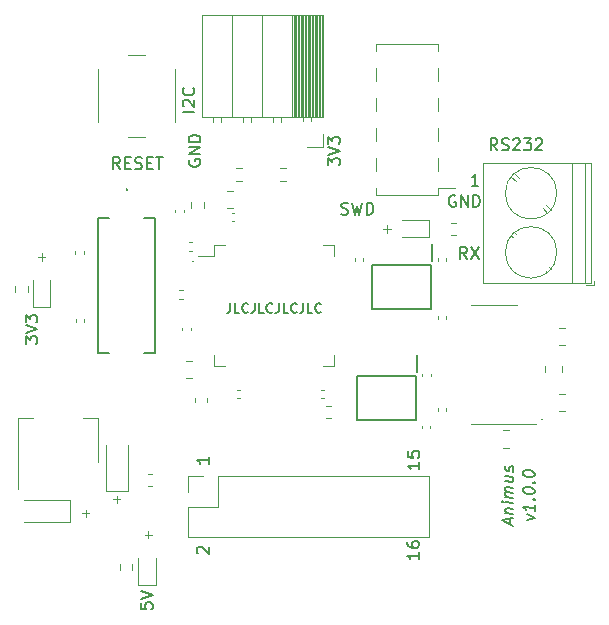
<source format=gbr>
%TF.GenerationSoftware,KiCad,Pcbnew,(5.1.9)-1*%
%TF.CreationDate,2021-11-15T23:12:41-03:00*%
%TF.ProjectId,RepeaterBoard,52657065-6174-4657-9242-6f6172642e6b,rev?*%
%TF.SameCoordinates,Original*%
%TF.FileFunction,Legend,Top*%
%TF.FilePolarity,Positive*%
%FSLAX46Y46*%
G04 Gerber Fmt 4.6, Leading zero omitted, Abs format (unit mm)*
G04 Created by KiCad (PCBNEW (5.1.9)-1) date 2021-11-15 23:12:41*
%MOMM*%
%LPD*%
G01*
G04 APERTURE LIST*
%ADD10C,0.150000*%
%ADD11C,0.100000*%
%ADD12C,0.200000*%
%ADD13C,0.120000*%
G04 APERTURE END LIST*
D10*
X71338095Y-39700000D02*
X71242857Y-39652380D01*
X71100000Y-39652380D01*
X70957142Y-39700000D01*
X70861904Y-39795238D01*
X70814285Y-39890476D01*
X70766666Y-40080952D01*
X70766666Y-40223809D01*
X70814285Y-40414285D01*
X70861904Y-40509523D01*
X70957142Y-40604761D01*
X71100000Y-40652380D01*
X71195238Y-40652380D01*
X71338095Y-40604761D01*
X71385714Y-40557142D01*
X71385714Y-40223809D01*
X71195238Y-40223809D01*
X71814285Y-40652380D02*
X71814285Y-39652380D01*
X72385714Y-40652380D01*
X72385714Y-39652380D01*
X72861904Y-40652380D02*
X72861904Y-39652380D01*
X73100000Y-39652380D01*
X73242857Y-39700000D01*
X73338095Y-39795238D01*
X73385714Y-39890476D01*
X73433333Y-40080952D01*
X73433333Y-40223809D01*
X73385714Y-40414285D01*
X73338095Y-40509523D01*
X73242857Y-40604761D01*
X73100000Y-40652380D01*
X72861904Y-40652380D01*
X73285714Y-38852380D02*
X72714285Y-38852380D01*
X73000000Y-38852380D02*
X73000000Y-37852380D01*
X72904761Y-37995238D01*
X72809523Y-38090476D01*
X72714285Y-38138095D01*
X68252380Y-69890476D02*
X68252380Y-70461904D01*
X68252380Y-70176190D02*
X67252380Y-70176190D01*
X67395238Y-70271428D01*
X67490476Y-70366666D01*
X67538095Y-70461904D01*
X67252380Y-69033333D02*
X67252380Y-69223809D01*
X67300000Y-69319047D01*
X67347619Y-69366666D01*
X67490476Y-69461904D01*
X67680952Y-69509523D01*
X68061904Y-69509523D01*
X68157142Y-69461904D01*
X68204761Y-69414285D01*
X68252380Y-69319047D01*
X68252380Y-69128571D01*
X68204761Y-69033333D01*
X68157142Y-68985714D01*
X68061904Y-68938095D01*
X67823809Y-68938095D01*
X67728571Y-68985714D01*
X67680952Y-69033333D01*
X67633333Y-69128571D01*
X67633333Y-69319047D01*
X67680952Y-69414285D01*
X67728571Y-69461904D01*
X67823809Y-69509523D01*
X49547619Y-69985714D02*
X49500000Y-69938095D01*
X49452380Y-69842857D01*
X49452380Y-69604761D01*
X49500000Y-69509523D01*
X49547619Y-69461904D01*
X49642857Y-69414285D01*
X49738095Y-69414285D01*
X49880952Y-69461904D01*
X50452380Y-70033333D01*
X50452380Y-69414285D01*
X50452380Y-61814285D02*
X50452380Y-62385714D01*
X50452380Y-62100000D02*
X49452380Y-62100000D01*
X49595238Y-62195238D01*
X49690476Y-62290476D01*
X49738095Y-62385714D01*
X68302380Y-62265476D02*
X68302380Y-62836904D01*
X68302380Y-62551190D02*
X67302380Y-62551190D01*
X67445238Y-62646428D01*
X67540476Y-62741666D01*
X67588095Y-62836904D01*
X67302380Y-61360714D02*
X67302380Y-61836904D01*
X67778571Y-61884523D01*
X67730952Y-61836904D01*
X67683333Y-61741666D01*
X67683333Y-61503571D01*
X67730952Y-61408333D01*
X67778571Y-61360714D01*
X67873809Y-61313095D01*
X68111904Y-61313095D01*
X68207142Y-61360714D01*
X68254761Y-61408333D01*
X68302380Y-61503571D01*
X68302380Y-61741666D01*
X68254761Y-61836904D01*
X68207142Y-61884523D01*
X77385714Y-67159508D02*
X78052380Y-67004747D01*
X77385714Y-66683318D01*
X78052380Y-65861889D02*
X78052380Y-66433318D01*
X78052380Y-66147604D02*
X77052380Y-66022604D01*
X77195238Y-66135699D01*
X77290476Y-66242842D01*
X77338095Y-66344032D01*
X77957142Y-65421413D02*
X78004761Y-65379747D01*
X78052380Y-65433318D01*
X78004761Y-65474985D01*
X77957142Y-65421413D01*
X78052380Y-65433318D01*
X77052380Y-64641651D02*
X77052380Y-64546413D01*
X77100000Y-64457127D01*
X77147619Y-64415461D01*
X77242857Y-64379747D01*
X77433333Y-64355937D01*
X77671428Y-64385699D01*
X77861904Y-64457127D01*
X77957142Y-64516651D01*
X78004761Y-64570223D01*
X78052380Y-64671413D01*
X78052380Y-64766651D01*
X78004761Y-64855937D01*
X77957142Y-64897604D01*
X77861904Y-64933318D01*
X77671428Y-64957127D01*
X77433333Y-64927366D01*
X77242857Y-64855937D01*
X77147619Y-64796413D01*
X77100000Y-64742842D01*
X77052380Y-64641651D01*
X77957142Y-63992842D02*
X78004761Y-63951175D01*
X78052380Y-64004747D01*
X78004761Y-64046413D01*
X77957142Y-63992842D01*
X78052380Y-64004747D01*
X77052380Y-63213080D02*
X77052380Y-63117842D01*
X77100000Y-63028556D01*
X77147619Y-62986889D01*
X77242857Y-62951175D01*
X77433333Y-62927366D01*
X77671428Y-62957127D01*
X77861904Y-63028556D01*
X77957142Y-63088080D01*
X78004761Y-63141651D01*
X78052380Y-63242842D01*
X78052380Y-63338080D01*
X78004761Y-63427366D01*
X77957142Y-63469032D01*
X77861904Y-63504747D01*
X77671428Y-63528556D01*
X77433333Y-63498794D01*
X77242857Y-63427366D01*
X77147619Y-63367842D01*
X77100000Y-63314270D01*
X77052380Y-63213080D01*
X75966666Y-67516651D02*
X75966666Y-67040461D01*
X76252380Y-67647604D02*
X75252380Y-67189270D01*
X76252380Y-66980937D01*
X75585714Y-66564270D02*
X76252380Y-66647604D01*
X75680952Y-66576175D02*
X75633333Y-66522604D01*
X75585714Y-66421413D01*
X75585714Y-66278556D01*
X75633333Y-66189270D01*
X75728571Y-66153556D01*
X76252380Y-66219032D01*
X76252380Y-65742842D02*
X75585714Y-65659508D01*
X75252380Y-65617842D02*
X75300000Y-65671413D01*
X75347619Y-65629747D01*
X75300000Y-65576175D01*
X75252380Y-65617842D01*
X75347619Y-65629747D01*
X76252380Y-65266651D02*
X75585714Y-65183318D01*
X75680952Y-65195223D02*
X75633333Y-65141651D01*
X75585714Y-65040461D01*
X75585714Y-64897604D01*
X75633333Y-64808318D01*
X75728571Y-64772604D01*
X76252380Y-64838080D01*
X75728571Y-64772604D02*
X75633333Y-64713080D01*
X75585714Y-64611889D01*
X75585714Y-64469032D01*
X75633333Y-64379747D01*
X75728571Y-64344032D01*
X76252380Y-64409508D01*
X75585714Y-63421413D02*
X76252380Y-63504747D01*
X75585714Y-63849985D02*
X76109523Y-63915461D01*
X76204761Y-63879747D01*
X76252380Y-63790461D01*
X76252380Y-63647604D01*
X76204761Y-63546413D01*
X76157142Y-63492842D01*
X76204761Y-63070223D02*
X76252380Y-62980937D01*
X76252380Y-62790461D01*
X76204761Y-62689270D01*
X76109523Y-62629747D01*
X76061904Y-62623794D01*
X75966666Y-62659508D01*
X75919047Y-62748794D01*
X75919047Y-62891651D01*
X75871428Y-62980937D01*
X75776190Y-63016651D01*
X75728571Y-63010699D01*
X75633333Y-62951175D01*
X75585714Y-62849985D01*
X75585714Y-62707127D01*
X75633333Y-62617842D01*
X52304761Y-48811904D02*
X52304761Y-49383333D01*
X52266666Y-49497619D01*
X52190476Y-49573809D01*
X52076190Y-49611904D01*
X52000000Y-49611904D01*
X53066666Y-49611904D02*
X52685714Y-49611904D01*
X52685714Y-48811904D01*
X53790476Y-49535714D02*
X53752380Y-49573809D01*
X53638095Y-49611904D01*
X53561904Y-49611904D01*
X53447619Y-49573809D01*
X53371428Y-49497619D01*
X53333333Y-49421428D01*
X53295238Y-49269047D01*
X53295238Y-49154761D01*
X53333333Y-49002380D01*
X53371428Y-48926190D01*
X53447619Y-48850000D01*
X53561904Y-48811904D01*
X53638095Y-48811904D01*
X53752380Y-48850000D01*
X53790476Y-48888095D01*
X54361904Y-48811904D02*
X54361904Y-49383333D01*
X54323809Y-49497619D01*
X54247619Y-49573809D01*
X54133333Y-49611904D01*
X54057142Y-49611904D01*
X55123809Y-49611904D02*
X54742857Y-49611904D01*
X54742857Y-48811904D01*
X55847619Y-49535714D02*
X55809523Y-49573809D01*
X55695238Y-49611904D01*
X55619047Y-49611904D01*
X55504761Y-49573809D01*
X55428571Y-49497619D01*
X55390476Y-49421428D01*
X55352380Y-49269047D01*
X55352380Y-49154761D01*
X55390476Y-49002380D01*
X55428571Y-48926190D01*
X55504761Y-48850000D01*
X55619047Y-48811904D01*
X55695238Y-48811904D01*
X55809523Y-48850000D01*
X55847619Y-48888095D01*
X56419047Y-48811904D02*
X56419047Y-49383333D01*
X56380952Y-49497619D01*
X56304761Y-49573809D01*
X56190476Y-49611904D01*
X56114285Y-49611904D01*
X57180952Y-49611904D02*
X56800000Y-49611904D01*
X56800000Y-48811904D01*
X57904761Y-49535714D02*
X57866666Y-49573809D01*
X57752380Y-49611904D01*
X57676190Y-49611904D01*
X57561904Y-49573809D01*
X57485714Y-49497619D01*
X57447619Y-49421428D01*
X57409523Y-49269047D01*
X57409523Y-49154761D01*
X57447619Y-49002380D01*
X57485714Y-48926190D01*
X57561904Y-48850000D01*
X57676190Y-48811904D01*
X57752380Y-48811904D01*
X57866666Y-48850000D01*
X57904761Y-48888095D01*
X58476190Y-48811904D02*
X58476190Y-49383333D01*
X58438095Y-49497619D01*
X58361904Y-49573809D01*
X58247619Y-49611904D01*
X58171428Y-49611904D01*
X59238095Y-49611904D02*
X58857142Y-49611904D01*
X58857142Y-48811904D01*
X59961904Y-49535714D02*
X59923809Y-49573809D01*
X59809523Y-49611904D01*
X59733333Y-49611904D01*
X59619047Y-49573809D01*
X59542857Y-49497619D01*
X59504761Y-49421428D01*
X59466666Y-49269047D01*
X59466666Y-49154761D01*
X59504761Y-49002380D01*
X59542857Y-48926190D01*
X59619047Y-48850000D01*
X59733333Y-48811904D01*
X59809523Y-48811904D01*
X59923809Y-48850000D01*
X59961904Y-48888095D01*
X72333333Y-45052380D02*
X72000000Y-44576190D01*
X71761904Y-45052380D02*
X71761904Y-44052380D01*
X72142857Y-44052380D01*
X72238095Y-44100000D01*
X72285714Y-44147619D01*
X72333333Y-44242857D01*
X72333333Y-44385714D01*
X72285714Y-44480952D01*
X72238095Y-44528571D01*
X72142857Y-44576190D01*
X71761904Y-44576190D01*
X72666666Y-44052380D02*
X73333333Y-45052380D01*
X73333333Y-44052380D02*
X72666666Y-45052380D01*
X48800000Y-36661904D02*
X48752380Y-36757142D01*
X48752380Y-36900000D01*
X48800000Y-37042857D01*
X48895238Y-37138095D01*
X48990476Y-37185714D01*
X49180952Y-37233333D01*
X49323809Y-37233333D01*
X49514285Y-37185714D01*
X49609523Y-37138095D01*
X49704761Y-37042857D01*
X49752380Y-36900000D01*
X49752380Y-36804761D01*
X49704761Y-36661904D01*
X49657142Y-36614285D01*
X49323809Y-36614285D01*
X49323809Y-36804761D01*
X49752380Y-36185714D02*
X48752380Y-36185714D01*
X49752380Y-35614285D01*
X48752380Y-35614285D01*
X49752380Y-35138095D02*
X48752380Y-35138095D01*
X48752380Y-34900000D01*
X48800000Y-34757142D01*
X48895238Y-34661904D01*
X48990476Y-34614285D01*
X49180952Y-34566666D01*
X49323809Y-34566666D01*
X49514285Y-34614285D01*
X49609523Y-34661904D01*
X49704761Y-34757142D01*
X49752380Y-34900000D01*
X49752380Y-35138095D01*
D11*
X65557142Y-42829761D02*
X65557142Y-42220238D01*
X65861904Y-42525000D02*
X65252380Y-42525000D01*
D12*
X78675000Y-58650000D02*
G75*
G03*
X78675000Y-58650000I-50000J0D01*
G01*
X49125000Y-45250000D02*
G75*
G03*
X49125000Y-45250000I-50000J0D01*
G01*
D11*
X42657142Y-65704761D02*
X42657142Y-65095238D01*
X42961904Y-65400000D02*
X42352380Y-65400000D01*
X40057142Y-66904761D02*
X40057142Y-66295238D01*
X40361904Y-66600000D02*
X39752380Y-66600000D01*
X45357142Y-68704761D02*
X45357142Y-68095238D01*
X45661904Y-68400000D02*
X45052380Y-68400000D01*
D10*
X44702380Y-74190476D02*
X44702380Y-74666666D01*
X45178571Y-74714285D01*
X45130952Y-74666666D01*
X45083333Y-74571428D01*
X45083333Y-74333333D01*
X45130952Y-74238095D01*
X45178571Y-74190476D01*
X45273809Y-74142857D01*
X45511904Y-74142857D01*
X45607142Y-74190476D01*
X45654761Y-74238095D01*
X45702380Y-74333333D01*
X45702380Y-74571428D01*
X45654761Y-74666666D01*
X45607142Y-74714285D01*
X44702380Y-73857142D02*
X45702380Y-73523809D01*
X44702380Y-73190476D01*
D11*
X36307142Y-45204761D02*
X36307142Y-44595238D01*
X36611904Y-44900000D02*
X36002380Y-44900000D01*
D10*
X34952380Y-52238095D02*
X34952380Y-51619047D01*
X35333333Y-51952380D01*
X35333333Y-51809523D01*
X35380952Y-51714285D01*
X35428571Y-51666666D01*
X35523809Y-51619047D01*
X35761904Y-51619047D01*
X35857142Y-51666666D01*
X35904761Y-51714285D01*
X35952380Y-51809523D01*
X35952380Y-52095238D01*
X35904761Y-52190476D01*
X35857142Y-52238095D01*
X34952380Y-51333333D02*
X35952380Y-51000000D01*
X34952380Y-50666666D01*
X34952380Y-50428571D02*
X34952380Y-49809523D01*
X35333333Y-50142857D01*
X35333333Y-50000000D01*
X35380952Y-49904761D01*
X35428571Y-49857142D01*
X35523809Y-49809523D01*
X35761904Y-49809523D01*
X35857142Y-49857142D01*
X35904761Y-49904761D01*
X35952380Y-50000000D01*
X35952380Y-50285714D01*
X35904761Y-50380952D01*
X35857142Y-50428571D01*
X61692857Y-41254761D02*
X61835714Y-41302380D01*
X62073809Y-41302380D01*
X62169047Y-41254761D01*
X62216666Y-41207142D01*
X62264285Y-41111904D01*
X62264285Y-41016666D01*
X62216666Y-40921428D01*
X62169047Y-40873809D01*
X62073809Y-40826190D01*
X61883333Y-40778571D01*
X61788095Y-40730952D01*
X61740476Y-40683333D01*
X61692857Y-40588095D01*
X61692857Y-40492857D01*
X61740476Y-40397619D01*
X61788095Y-40350000D01*
X61883333Y-40302380D01*
X62121428Y-40302380D01*
X62264285Y-40350000D01*
X62597619Y-40302380D02*
X62835714Y-41302380D01*
X63026190Y-40588095D01*
X63216666Y-41302380D01*
X63454761Y-40302380D01*
X63835714Y-41302380D02*
X63835714Y-40302380D01*
X64073809Y-40302380D01*
X64216666Y-40350000D01*
X64311904Y-40445238D01*
X64359523Y-40540476D01*
X64407142Y-40730952D01*
X64407142Y-40873809D01*
X64359523Y-41064285D01*
X64311904Y-41159523D01*
X64216666Y-41254761D01*
X64073809Y-41302380D01*
X63835714Y-41302380D01*
X60552380Y-37138095D02*
X60552380Y-36519047D01*
X60933333Y-36852380D01*
X60933333Y-36709523D01*
X60980952Y-36614285D01*
X61028571Y-36566666D01*
X61123809Y-36519047D01*
X61361904Y-36519047D01*
X61457142Y-36566666D01*
X61504761Y-36614285D01*
X61552380Y-36709523D01*
X61552380Y-36995238D01*
X61504761Y-37090476D01*
X61457142Y-37138095D01*
X60552380Y-36233333D02*
X61552380Y-35900000D01*
X60552380Y-35566666D01*
X60552380Y-35328571D02*
X60552380Y-34709523D01*
X60933333Y-35042857D01*
X60933333Y-34900000D01*
X60980952Y-34804761D01*
X61028571Y-34757142D01*
X61123809Y-34709523D01*
X61361904Y-34709523D01*
X61457142Y-34757142D01*
X61504761Y-34804761D01*
X61552380Y-34900000D01*
X61552380Y-35185714D01*
X61504761Y-35280952D01*
X61457142Y-35328571D01*
X42947619Y-37452380D02*
X42614285Y-36976190D01*
X42376190Y-37452380D02*
X42376190Y-36452380D01*
X42757142Y-36452380D01*
X42852380Y-36500000D01*
X42900000Y-36547619D01*
X42947619Y-36642857D01*
X42947619Y-36785714D01*
X42900000Y-36880952D01*
X42852380Y-36928571D01*
X42757142Y-36976190D01*
X42376190Y-36976190D01*
X43376190Y-36928571D02*
X43709523Y-36928571D01*
X43852380Y-37452380D02*
X43376190Y-37452380D01*
X43376190Y-36452380D01*
X43852380Y-36452380D01*
X44233333Y-37404761D02*
X44376190Y-37452380D01*
X44614285Y-37452380D01*
X44709523Y-37404761D01*
X44757142Y-37357142D01*
X44804761Y-37261904D01*
X44804761Y-37166666D01*
X44757142Y-37071428D01*
X44709523Y-37023809D01*
X44614285Y-36976190D01*
X44423809Y-36928571D01*
X44328571Y-36880952D01*
X44280952Y-36833333D01*
X44233333Y-36738095D01*
X44233333Y-36642857D01*
X44280952Y-36547619D01*
X44328571Y-36500000D01*
X44423809Y-36452380D01*
X44661904Y-36452380D01*
X44804761Y-36500000D01*
X45233333Y-36928571D02*
X45566666Y-36928571D01*
X45709523Y-37452380D02*
X45233333Y-37452380D01*
X45233333Y-36452380D01*
X45709523Y-36452380D01*
X45995238Y-36452380D02*
X46566666Y-36452380D01*
X46280952Y-37452380D02*
X46280952Y-36452380D01*
X74904761Y-35852380D02*
X74571428Y-35376190D01*
X74333333Y-35852380D02*
X74333333Y-34852380D01*
X74714285Y-34852380D01*
X74809523Y-34900000D01*
X74857142Y-34947619D01*
X74904761Y-35042857D01*
X74904761Y-35185714D01*
X74857142Y-35280952D01*
X74809523Y-35328571D01*
X74714285Y-35376190D01*
X74333333Y-35376190D01*
X75285714Y-35804761D02*
X75428571Y-35852380D01*
X75666666Y-35852380D01*
X75761904Y-35804761D01*
X75809523Y-35757142D01*
X75857142Y-35661904D01*
X75857142Y-35566666D01*
X75809523Y-35471428D01*
X75761904Y-35423809D01*
X75666666Y-35376190D01*
X75476190Y-35328571D01*
X75380952Y-35280952D01*
X75333333Y-35233333D01*
X75285714Y-35138095D01*
X75285714Y-35042857D01*
X75333333Y-34947619D01*
X75380952Y-34900000D01*
X75476190Y-34852380D01*
X75714285Y-34852380D01*
X75857142Y-34900000D01*
X76238095Y-34947619D02*
X76285714Y-34900000D01*
X76380952Y-34852380D01*
X76619047Y-34852380D01*
X76714285Y-34900000D01*
X76761904Y-34947619D01*
X76809523Y-35042857D01*
X76809523Y-35138095D01*
X76761904Y-35280952D01*
X76190476Y-35852380D01*
X76809523Y-35852380D01*
X77142857Y-34852380D02*
X77761904Y-34852380D01*
X77428571Y-35233333D01*
X77571428Y-35233333D01*
X77666666Y-35280952D01*
X77714285Y-35328571D01*
X77761904Y-35423809D01*
X77761904Y-35661904D01*
X77714285Y-35757142D01*
X77666666Y-35804761D01*
X77571428Y-35852380D01*
X77285714Y-35852380D01*
X77190476Y-35804761D01*
X77142857Y-35757142D01*
X78142857Y-34947619D02*
X78190476Y-34900000D01*
X78285714Y-34852380D01*
X78523809Y-34852380D01*
X78619047Y-34900000D01*
X78666666Y-34947619D01*
X78714285Y-35042857D01*
X78714285Y-35138095D01*
X78666666Y-35280952D01*
X78095238Y-35852380D01*
X78714285Y-35852380D01*
X49252380Y-32576190D02*
X48252380Y-32576190D01*
X48347619Y-32147619D02*
X48300000Y-32100000D01*
X48252380Y-32004761D01*
X48252380Y-31766666D01*
X48300000Y-31671428D01*
X48347619Y-31623809D01*
X48442857Y-31576190D01*
X48538095Y-31576190D01*
X48680952Y-31623809D01*
X49252380Y-32195238D01*
X49252380Y-31576190D01*
X49157142Y-30576190D02*
X49204761Y-30623809D01*
X49252380Y-30766666D01*
X49252380Y-30861904D01*
X49204761Y-31004761D01*
X49109523Y-31100000D01*
X49014285Y-31147619D01*
X48823809Y-31195238D01*
X48680952Y-31195238D01*
X48490476Y-31147619D01*
X48395238Y-31100000D01*
X48300000Y-31004761D01*
X48252380Y-30861904D01*
X48252380Y-30766666D01*
X48300000Y-30623809D01*
X48347619Y-30576190D01*
D12*
%TO.C,IC2*%
X69325000Y-43775000D02*
X69325000Y-45250000D01*
X64300000Y-45600000D02*
X69300000Y-45600000D01*
X64300000Y-49300000D02*
X64300000Y-45600000D01*
X69300000Y-49300000D02*
X64300000Y-49300000D01*
X69300000Y-45600000D02*
X69300000Y-49300000D01*
%TO.C,IC1*%
X68075000Y-53175000D02*
X68075000Y-54650000D01*
X63050000Y-55000000D02*
X68050000Y-55000000D01*
X63050000Y-58700000D02*
X63050000Y-55000000D01*
X68050000Y-58700000D02*
X63050000Y-58700000D01*
X68050000Y-55000000D02*
X68050000Y-58700000D01*
D13*
%TO.C,J4*%
X64650000Y-29950000D02*
X64650000Y-28930000D01*
X69850000Y-29950000D02*
X69850000Y-28930000D01*
X64650000Y-32490000D02*
X64650000Y-31470000D01*
X69850000Y-32490000D02*
X69850000Y-31470000D01*
X64650000Y-35030000D02*
X64650000Y-34010000D01*
X69850000Y-35030000D02*
X69850000Y-34010000D01*
X64650000Y-37570000D02*
X64650000Y-36550000D01*
X69850000Y-37570000D02*
X69850000Y-36550000D01*
X64650000Y-27410000D02*
X64650000Y-26840000D01*
X69850000Y-27410000D02*
X69850000Y-26840000D01*
X64650000Y-39660000D02*
X64650000Y-39090000D01*
X69850000Y-39660000D02*
X69850000Y-39090000D01*
X71290000Y-39090000D02*
X69850000Y-39090000D01*
X69850000Y-26840000D02*
X64650000Y-26840000D01*
X69850000Y-39660000D02*
X64650000Y-39660000D01*
%TO.C,R1*%
X43972500Y-71387258D02*
X43972500Y-70912742D01*
X42927500Y-71387258D02*
X42927500Y-70912742D01*
%TO.C,D1*%
X45985000Y-72635000D02*
X45985000Y-70350000D01*
X44515000Y-72635000D02*
X45985000Y-72635000D01*
X44515000Y-70350000D02*
X44515000Y-72635000D01*
%TO.C,J1*%
X79930000Y-44500000D02*
G75*
G03*
X79930000Y-44500000I-2180000J0D01*
G01*
X79930000Y-39500000D02*
G75*
G03*
X79930000Y-39500000I-2180000J0D01*
G01*
X82350000Y-47060000D02*
X82350000Y-36940000D01*
X81250000Y-47060000D02*
X81250000Y-36940000D01*
X73690000Y-47060000D02*
X73690000Y-36940000D01*
X82810000Y-47060000D02*
X82810000Y-36940000D01*
X73690000Y-47060000D02*
X82810000Y-47060000D01*
X73690000Y-36940000D02*
X82810000Y-36940000D01*
X76362000Y-42846000D02*
X76469000Y-42953000D01*
X79297000Y-45782000D02*
X79404000Y-45888000D01*
X76096000Y-43112000D02*
X76203000Y-43219000D01*
X79031000Y-46048000D02*
X79138000Y-46154000D01*
X76362000Y-37846000D02*
X76758000Y-38241000D01*
X79024000Y-40507000D02*
X79404000Y-40887000D01*
X76096000Y-38112000D02*
X76476000Y-38492000D01*
X78742000Y-40758000D02*
X79138000Y-41153000D01*
X82410000Y-47300000D02*
X83050000Y-47300000D01*
X83050000Y-47300000D02*
X83050000Y-46900000D01*
%TO.C,C2*%
X38710000Y-65465000D02*
X34800000Y-65465000D01*
X38710000Y-67335000D02*
X38710000Y-65465000D01*
X34800000Y-67335000D02*
X38710000Y-67335000D01*
%TO.C,C1*%
X43635000Y-64710000D02*
X43635000Y-60800000D01*
X41765000Y-64710000D02*
X43635000Y-64710000D01*
X41765000Y-60800000D02*
X41765000Y-64710000D01*
%TO.C,C3*%
X51988748Y-40735000D02*
X52511252Y-40735000D01*
X51988748Y-39265000D02*
X52511252Y-39265000D01*
%TO.C,C4*%
X53107836Y-56140000D02*
X52892164Y-56140000D01*
X53107836Y-56860000D02*
X52892164Y-56860000D01*
%TO.C,C5*%
X60207836Y-56860000D02*
X59992164Y-56860000D01*
X60207836Y-56140000D02*
X59992164Y-56140000D01*
%TO.C,C6*%
X63560000Y-44992164D02*
X63560000Y-45207836D01*
X62840000Y-44992164D02*
X62840000Y-45207836D01*
%TO.C,C7*%
X52392164Y-41860000D02*
X52607836Y-41860000D01*
X52392164Y-41140000D02*
X52607836Y-41140000D01*
%TO.C,C8*%
X49007836Y-43640000D02*
X48792164Y-43640000D01*
X49007836Y-44360000D02*
X48792164Y-44360000D01*
%TO.C,C9*%
X49061252Y-55135000D02*
X48538748Y-55135000D01*
X49061252Y-53665000D02*
X48538748Y-53665000D01*
%TO.C,C10*%
X48240000Y-51107836D02*
X48240000Y-50892164D01*
X48960000Y-51107836D02*
X48960000Y-50892164D01*
%TO.C,C11*%
X70560000Y-57907836D02*
X70560000Y-57692164D01*
X69840000Y-57907836D02*
X69840000Y-57692164D01*
%TO.C,C12*%
X39860000Y-44392164D02*
X39860000Y-44607836D01*
X39140000Y-44392164D02*
X39140000Y-44607836D01*
%TO.C,C13*%
X39910000Y-50357836D02*
X39910000Y-50142164D01*
X39190000Y-50357836D02*
X39190000Y-50142164D01*
%TO.C,C14*%
X75911252Y-59565000D02*
X75388748Y-59565000D01*
X75911252Y-61035000D02*
X75388748Y-61035000D01*
%TO.C,C15*%
X78915000Y-54661252D02*
X78915000Y-54138748D01*
X80385000Y-54661252D02*
X80385000Y-54138748D01*
%TO.C,C16*%
X80088748Y-57935000D02*
X80611252Y-57935000D01*
X80088748Y-56465000D02*
X80611252Y-56465000D01*
%TO.C,C17*%
X80088748Y-50865000D02*
X80611252Y-50865000D01*
X80088748Y-52335000D02*
X80611252Y-52335000D01*
%TO.C,C18*%
X47640000Y-41107836D02*
X47640000Y-40892164D01*
X48360000Y-41107836D02*
X48360000Y-40892164D01*
%TO.C,D2*%
X37035000Y-49085000D02*
X37035000Y-46800000D01*
X35565000Y-49085000D02*
X37035000Y-49085000D01*
X35565000Y-46800000D02*
X35565000Y-49085000D01*
%TO.C,D3*%
X69085000Y-41765000D02*
X66800000Y-41765000D01*
X69085000Y-43235000D02*
X69085000Y-41765000D01*
X66800000Y-43235000D02*
X69085000Y-43235000D01*
%TO.C,J2*%
X60130000Y-34500000D02*
X60130000Y-35610000D01*
X60130000Y-35610000D02*
X58800000Y-35610000D01*
X60130000Y-24410000D02*
X49850000Y-24410000D01*
X49850000Y-24410000D02*
X49850000Y-33040000D01*
X60130000Y-33040000D02*
X49850000Y-33040000D01*
X60130000Y-24410000D02*
X60130000Y-33040000D01*
X52450000Y-24410000D02*
X52450000Y-33040000D01*
X54990000Y-24410000D02*
X54990000Y-33040000D01*
X57530000Y-24410000D02*
X57530000Y-33040000D01*
X50820000Y-33040000D02*
X50820000Y-33450000D01*
X51540000Y-33040000D02*
X51540000Y-33450000D01*
X53360000Y-33040000D02*
X53360000Y-33450000D01*
X54080000Y-33040000D02*
X54080000Y-33450000D01*
X55900000Y-33040000D02*
X55900000Y-33450000D01*
X56620000Y-33040000D02*
X56620000Y-33450000D01*
X58440000Y-33040000D02*
X58440000Y-33390000D01*
X59160000Y-33040000D02*
X59160000Y-33390000D01*
X57648100Y-24410000D02*
X57648100Y-33040000D01*
X57766195Y-24410000D02*
X57766195Y-33040000D01*
X57884290Y-24410000D02*
X57884290Y-33040000D01*
X58002385Y-24410000D02*
X58002385Y-33040000D01*
X58120480Y-24410000D02*
X58120480Y-33040000D01*
X58238575Y-24410000D02*
X58238575Y-33040000D01*
X58356670Y-24410000D02*
X58356670Y-33040000D01*
X58474765Y-24410000D02*
X58474765Y-33040000D01*
X58592860Y-24410000D02*
X58592860Y-33040000D01*
X58710955Y-24410000D02*
X58710955Y-33040000D01*
X58829050Y-24410000D02*
X58829050Y-33040000D01*
X58947145Y-24410000D02*
X58947145Y-33040000D01*
X59065240Y-24410000D02*
X59065240Y-33040000D01*
X59183335Y-24410000D02*
X59183335Y-33040000D01*
X59301430Y-24410000D02*
X59301430Y-33040000D01*
X59419525Y-24410000D02*
X59419525Y-33040000D01*
X59537620Y-24410000D02*
X59537620Y-33040000D01*
X59655715Y-24410000D02*
X59655715Y-33040000D01*
X59773810Y-24410000D02*
X59773810Y-33040000D01*
X59891905Y-24410000D02*
X59891905Y-33040000D01*
X60010000Y-24410000D02*
X60010000Y-33040000D01*
%TO.C,J3*%
X48670000Y-64750000D02*
X48670000Y-63420000D01*
X48670000Y-63420000D02*
X50000000Y-63420000D01*
X48670000Y-66020000D02*
X51270000Y-66020000D01*
X51270000Y-66020000D02*
X51270000Y-63420000D01*
X51270000Y-63420000D02*
X69110000Y-63420000D01*
X69110000Y-68620000D02*
X69110000Y-63420000D01*
X48670000Y-68620000D02*
X69110000Y-68620000D01*
X48670000Y-68620000D02*
X48670000Y-66020000D01*
%TO.C,R2*%
X35122500Y-47837258D02*
X35122500Y-47362742D01*
X34077500Y-47837258D02*
X34077500Y-47362742D01*
%TO.C,R3*%
X48253641Y-47720000D02*
X47946359Y-47720000D01*
X48253641Y-48480000D02*
X47946359Y-48480000D01*
%TO.C,R4*%
X56987258Y-37377500D02*
X56512742Y-37377500D01*
X56987258Y-38422500D02*
X56512742Y-38422500D01*
%TO.C,R5*%
X52762742Y-37377500D02*
X53237258Y-37377500D01*
X52762742Y-38422500D02*
X53237258Y-38422500D01*
%TO.C,R6*%
X50022500Y-40737258D02*
X50022500Y-40262742D01*
X48977500Y-40737258D02*
X48977500Y-40262742D01*
%TO.C,R7*%
X60362742Y-57477500D02*
X60837258Y-57477500D01*
X60362742Y-58522500D02*
X60837258Y-58522500D01*
%TO.C,R8*%
X70962742Y-43022500D02*
X71437258Y-43022500D01*
X70962742Y-41977500D02*
X71437258Y-41977500D01*
%TO.C,SW1*%
X45100000Y-27750000D02*
X43600000Y-27750000D01*
X41100000Y-29000000D02*
X41100000Y-33500000D01*
X43600000Y-34750000D02*
X45100000Y-34750000D01*
X47600000Y-33500000D02*
X47600000Y-29000000D01*
%TO.C,U1*%
X34290000Y-64500000D02*
X34290000Y-58490000D01*
X41110000Y-62250000D02*
X41110000Y-58490000D01*
X34290000Y-58490000D02*
X35550000Y-58490000D01*
X41110000Y-58490000D02*
X39850000Y-58490000D01*
%TO.C,U2*%
X74650000Y-59060000D02*
X78150000Y-59060000D01*
X74650000Y-59060000D02*
X72700000Y-59060000D01*
X74650000Y-48940000D02*
X76600000Y-48940000D01*
X74650000Y-48940000D02*
X72700000Y-48940000D01*
%TO.C,U3*%
X50890000Y-44840000D02*
X49550000Y-44840000D01*
X50890000Y-43890000D02*
X50890000Y-44840000D01*
X51840000Y-43890000D02*
X50890000Y-43890000D01*
X61110000Y-43890000D02*
X61110000Y-44840000D01*
X60160000Y-43890000D02*
X61110000Y-43890000D01*
X50890000Y-54110000D02*
X50890000Y-53160000D01*
X51840000Y-54110000D02*
X50890000Y-54110000D01*
X61110000Y-54110000D02*
X61110000Y-53160000D01*
X60160000Y-54110000D02*
X61110000Y-54110000D01*
%TO.C,C19*%
X69840000Y-44992164D02*
X69840000Y-45207836D01*
X70560000Y-44992164D02*
X70560000Y-45207836D01*
%TO.C,C20*%
X68490000Y-59407836D02*
X68490000Y-59192164D01*
X69210000Y-59407836D02*
X69210000Y-59192164D01*
%TO.C,C21*%
X68540000Y-54792164D02*
X68540000Y-55007836D01*
X69260000Y-54792164D02*
X69260000Y-55007836D01*
%TO.C,C22*%
X69840000Y-50107836D02*
X69840000Y-49892164D01*
X70560000Y-50107836D02*
X70560000Y-49892164D01*
D12*
%TO.C,HSE1*%
X43500000Y-39100000D02*
X43500000Y-39100000D01*
X43500000Y-39200000D02*
X43500000Y-39200000D01*
X43500000Y-39100000D02*
X43500000Y-39100000D01*
X45950000Y-41600000D02*
X45000000Y-41600000D01*
X45950000Y-53000000D02*
X45950000Y-41600000D01*
X45000000Y-53000000D02*
X45950000Y-53000000D01*
X41050000Y-53000000D02*
X42000000Y-53000000D01*
X41050000Y-41600000D02*
X41050000Y-53000000D01*
X42000000Y-41600000D02*
X41050000Y-41600000D01*
X43500000Y-39200000D02*
G75*
G02*
X43500000Y-39100000I0J50000D01*
G01*
X43500000Y-39100000D02*
G75*
G02*
X43500000Y-39200000I0J-50000D01*
G01*
X43500000Y-39200000D02*
G75*
G02*
X43500000Y-39100000I0J50000D01*
G01*
D13*
%TO.C,FB1*%
X45337221Y-63290000D02*
X45662779Y-63290000D01*
X45337221Y-64310000D02*
X45662779Y-64310000D01*
%TO.C,FB2*%
X49290000Y-56837221D02*
X49290000Y-57162779D01*
X50310000Y-56837221D02*
X50310000Y-57162779D01*
%TD*%
M02*

</source>
